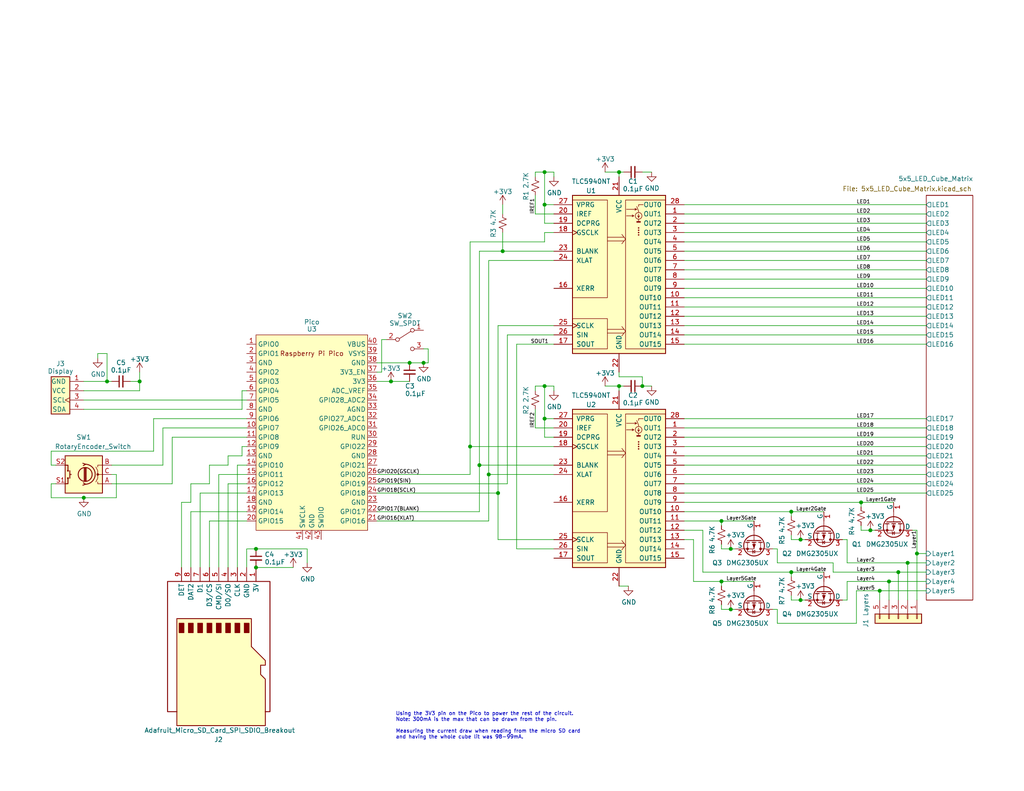
<source format=kicad_sch>
(kicad_sch (version 20230121) (generator eeschema)
  (paper "USLetter")
  (title_block (title "5x5 LED Cube Driver") (date "2019-11-03") (rev "1.0"))
  (lib_symbols
    (symbol "Connector_Generic:Conn_01x05" (pin_names (offset 1.016) hide)
      (property "Reference" "J" (at 0 7.62 0))
      (property "Value" "Conn_01x05" (at 0 -7.62 0))
      (symbol "Conn_01x05_1_1"
        (rectangle (start -1.27 -4.953) (end 0 -5.207) (stroke (width 0.1524)))
        (rectangle (start -1.27 -2.413) (end 0 -2.667) (stroke (width 0.1524)))
        (rectangle (start -1.27 0.127) (end 0 -0.127) (stroke (width 0.1524)))
        (rectangle (start -1.27 2.667) (end 0 2.413) (stroke (width 0.1524)))
        (rectangle (start -1.27 5.207) (end 0 4.953) (stroke (width 0.1524)))
        (rectangle (start -1.27 6.35) (end 1.27 -6.35) (stroke (width 0.254)) (fill (type background)))
        (pin passive line (at -5.08 5.08 0) (length 3.81) (name "Pin_1") (number "1"))
        (pin passive line (at -5.08 2.54 0) (length 3.81) (name "Pin_2") (number "2"))
        (pin passive line (at -5.08 0 0) (length 3.81) (name "Pin_3") (number "3"))
        (pin passive line (at -5.08 -2.54 0) (length 3.81) (name "Pin_4") (number "4"))
        (pin passive line (at -5.08 -5.08 0) (length 3.81) (name "Pin_5") (number "5"))
      )
    )
    (symbol "Device:C_Small" (pin_numbers hide) (pin_names (offset 0.254) hide)
      (property "Reference" "C" (at 0.254 1.778 0))
      (property "Value" "C_Small" (at 0.254 -2.032 0))
      (symbol "C_Small_0_1"
        (polyline (pts (xy -1.524 -0.508) (xy 1.524 -0.508)) (stroke (width 0.3302)))
        (polyline (pts (xy -1.524 0.508) (xy 1.524 0.508)) (stroke (width 0.3048)))
      )
      (symbol "C_Small_1_1"
        (pin passive line (at 0 2.54 270) (length 2.032) (name "~") (number "1"))
        (pin passive line (at 0 -2.54 90) (length 2.032) (name "~") (number "2"))
      )
    )
    (symbol "Device:R_Small_US" (pin_numbers hide) (pin_names (offset 0.254) hide)
      (property "Reference" "R" (at 0.762 0.508 0))
      (property "Value" "R_Small_US" (at 0.762 -1.016 0))
      (symbol "R_Small_US_1_1"
        (polyline (pts (xy 0 0) (xy 1.016 -0.381) (xy 0 -0.762) (xy -1.016 -1.143) (xy 0 -1.524)))
        (polyline (pts (xy 0 1.524) (xy 1.016 1.143) (xy 0 0.762) (xy -1.016 0.381) (xy 0 0)))
        (pin passive line (at 0 2.54 270) (length 1.016) (name "~") (number "1"))
        (pin passive line (at 0 -2.54 90) (length 1.016) (name "~") (number "2"))
      )
    )
    (symbol "Device:RotaryEncoder_Switch" (pin_names (offset 0.254) hide)
      (property "Reference" "SW" (at 0 6.604 0))
      (property "Value" "RotaryEncoder_Switch" (at 0 -6.604 0))
      (symbol "RotaryEncoder_Switch_0_1"
        (rectangle (start -5.08 5.08) (end 5.08 -5.08) (stroke (width 0.254)) (fill (type background)))
        (circle (center -3.81 0) (radius 0.254) (fill (type outline)))
        (circle (center -0.381 0) (radius 1.905) (stroke (width 0.254)))
        (arc (start -0.381 2.667) (mid -3.0988 -0.0635) (end -0.381 -2.794) (stroke (width 0.254)))
        (polyline (pts (xy -0.635 -1.778) (xy -0.635 1.778)) (stroke (width 0.254)))
        (polyline (pts (xy -0.381 -1.778) (xy -0.381 1.778)) (stroke (width 0.254)))
        (polyline (pts (xy -0.127 1.778) (xy -0.127 -1.778)) (stroke (width 0.254)))
        (polyline (pts (xy 3.81 0) (xy 3.429 0)) (stroke (width 0.254)))
        (polyline (pts (xy 3.81 1.016) (xy 3.81 -1.016)) (stroke (width 0.254)))
        (polyline (pts (xy -5.08 -2.54) (xy -3.81 -2.54) (xy -3.81 -2.032)))
        (polyline (pts (xy -5.08 2.54) (xy -3.81 2.54) (xy -3.81 2.032)))
        (polyline (pts (xy 0.254 -3.048) (xy -0.508 -2.794) (xy 0.127 -2.413)) (stroke (width 0.254)))
        (polyline (pts (xy 0.254 2.921) (xy -0.508 2.667) (xy 0.127 2.286)) (stroke (width 0.254)))
        (polyline (pts (xy 5.08 -2.54) (xy 4.318 -2.54) (xy 4.318 -1.016)) (stroke (width 0.254)))
        (polyline (pts (xy 5.08 2.54) (xy 4.318 2.54) (xy 4.318 1.016)) (stroke (width 0.254)))
        (polyline (pts (xy -5.08 0) (xy -3.81 0) (xy -3.81 -1.016) (xy -3.302 -2.032)))
        (polyline (pts (xy -4.318 0) (xy -3.81 0) (xy -3.81 1.016) (xy -3.302 2.032)))
        (circle (center 4.318 -1.016) (radius 0.127) (stroke (width 0.254)))
        (circle (center 4.318 1.016) (radius 0.127) (stroke (width 0.254)))
      )
      (symbol "RotaryEncoder_Switch_1_1"
        (pin passive line (at -7.62 2.54 0) (length 2.54) (name "A") (number "A"))
        (pin passive line (at -7.62 -2.54 0) (length 2.54) (name "B") (number "B"))
        (pin passive line (at -7.62 0 0) (length 2.54) (name "C") (number "C"))
        (pin passive line (at 7.62 2.54 180) (length 2.54) (name "S1") (number "S1"))
        (pin passive line (at 7.62 -2.54 180) (length 2.54) (name "S2") (number "S2"))
      )
    )
    (symbol "Driver_LED:TLC5940NT" (pin_names (offset 1.016))
      (property "Reference" "U" (at -12.7 22.225 0))
      (property "Value" "TLC5940NT" (at 12.7 22.225 0))
      (symbol "TLC5940NT_0_1"
        (rectangle (start -12.7 -21.59) (end -3.175 -13.335))
        (rectangle (start -12.7 19.05) (end -3.175 -7.62))
        (rectangle (start -12.7 20.32) (end 12.7 -22.86) (stroke (width 0.254)) (fill (type background)))
        (polyline (pts (xy -3.175 -16.256) (xy 1.27 -16.256)))
        (polyline (pts (xy -3.175 8.89) (xy 1.27 8.89)))
        (polyline (pts (xy 1.27 -17.272) (xy -3.175 -17.272)))
        (polyline (pts (xy 1.27 7.874) (xy -3.175 7.874)))
        (polyline (pts (xy 1.778 -16.764) (xy 0.762 -18.034)))
        (polyline (pts (xy 1.778 -16.764) (xy 0.762 -15.494)))
        (polyline (pts (xy 1.778 8.382) (xy 0.762 7.112)))
        (polyline (pts (xy 1.778 8.382) (xy 0.762 9.652)))
        (polyline (pts (xy 5.334 13.716) (xy 5.334 13.208)))
        (polyline (pts (xy 5.334 14.224) (xy 5.588 14.732)))
        (polyline (pts (xy 5.334 15.24) (xy 5.334 14.224) (xy 5.08 14.732)))
        (polyline (pts (xy 5.334 15.748) (xy 5.334 16.002) (xy 4.826 17.272)))
        (polyline (pts (xy 5.334 17.272) (xy 5.334 17.78) (xy 6.604 17.78)))
        (polyline (pts (xy 2.032 14.732) (xy 4.064 14.732) (xy 3.556 14.986) (xy 4.064 14.732) (xy 3.556 14.478)))
        (polyline (pts (xy 2.032 16.51) (xy 4.826 16.51) (xy 4.318 16.764) (xy 4.826 16.51) (xy 4.318 16.256)))
        (rectangle (start 1.778 19.05) (end 12.7 -21.59))
        (rectangle (start 4.826 13.208) (end 5.842 12.954) (fill (type outline)))
        (circle (center 5.334 9.525) (radius 0.127) (fill (type outline)))
        (circle (center 5.334 10.16) (radius 0.127) (fill (type outline)))
        (circle (center 5.334 10.795) (radius 0.127) (fill (type outline)))
        (circle (center 5.334 11.43) (radius 0.127) (fill (type outline)))
        (circle (center 5.334 14.732) (radius 0.9144))
      )
      (symbol "TLC5940NT_1_1"
        (pin open_collector line (at 17.78 15.24 180) (length 5.08) (name "OUT1") (number "1"))
        (pin open_collector line (at 17.78 -7.62 180) (length 5.08) (name "OUT10") (number "10"))
        (pin open_collector line (at 17.78 -10.16 180) (length 5.08) (name "OUT11") (number "11"))
        (pin open_collector line (at 17.78 -12.7 180) (length 5.08) (name "OUT12") (number "12"))
        (pin open_collector line (at 17.78 -15.24 180) (length 5.08) (name "OUT13") (number "13"))
        (pin open_collector line (at 17.78 -17.78 180) (length 5.08) (name "OUT14") (number "14"))
        (pin open_collector line (at 17.78 -20.32 180) (length 5.08) (name "OUT15") (number "15"))
        (pin open_collector line (at -17.78 -5.08 0) (length 5.08) (name "XERR") (number "16"))
        (pin output line (at -17.78 -20.32 0) (length 5.08) (name "SOUT") (number "17"))
        (pin input clock (at -17.78 10.16 0) (length 5.08) (name "GSCLK") (number "18"))
        (pin input line (at -17.78 12.7 0) (length 5.08) (name "DCPRG") (number "19"))
        (pin open_collector line (at 17.78 12.7 180) (length 5.08) (name "OUT2") (number "2"))
        (pin input line (at -17.78 15.24 0) (length 5.08) (name "IREF") (number "20"))
        (pin power_in line (at 0 25.4 270) (length 5.08) (name "VCC") (number "21"))
        (pin power_in line (at 0 -27.94 90) (length 5.08) (name "GND") (number "22"))
        (pin input line (at -17.78 5.08 0) (length 5.08) (name "BLANK") (number "23"))
        (pin input line (at -17.78 2.54 0) (length 5.08) (name "XLAT") (number "24"))
        (pin input clock (at -17.78 -15.24 0) (length 5.08) (name "SCLK") (number "25"))
        (pin input line (at -17.78 -17.78 0) (length 5.08) (name "SIN") (number "26"))
        (pin input line (at -17.78 17.78 0) (length 5.08) (name "VPRG") (number "27"))
        (pin open_collector line (at 17.78 17.78 180) (length 5.08) (name "OUT0") (number "28"))
        (pin open_collector line (at 17.78 10.16 180) (length 5.08) (name "OUT3") (number "3"))
        (pin open_collector line (at 17.78 7.62 180) (length 5.08) (name "OUT4") (number "4"))
        (pin open_collector line (at 17.78 5.08 180) (length 5.08) (name "OUT5") (number "5"))
        (pin open_collector line (at 17.78 2.54 180) (length 5.08) (name "OUT6") (number "6"))
        (pin open_collector line (at 17.78 0 180) (length 5.08) (name "OUT7") (number "7"))
        (pin open_collector line (at 17.78 -2.54 180) (length 5.08) (name "OUT8") (number "8"))
        (pin open_collector line (at 17.78 -5.08 180) (length 5.08) (name "OUT9") (number "9"))
      )
    )
    (symbol "MCU_RaspberryPi_and_Boards:Pico"
      (property "Reference" "U" (at -13.97 27.94 0))
      (property "Value" "Pico" (at 0 19.05 0))
      (symbol "Pico_0_0"
        (text "Raspberry Pi Pico" (at 0 21.59 0) (effects (font (size 1.27 1.27))))
      )
      (symbol "Pico_0_1"
        (rectangle (start -15.24 26.67) (end 15.24 -26.67) (fill (type background)))
      )
      (symbol "Pico_1_1"
        (pin bidirectional line (at -17.78 24.13 0) (length 2.54) (name "GPIO0") (number "1"))
        (pin bidirectional line (at -17.78 1.27 0) (length 2.54) (name "GPIO7") (number "10"))
        (pin bidirectional line (at -17.78 -1.27 0) (length 2.54) (name "GPIO8") (number "11"))
        (pin bidirectional line (at -17.78 -3.81 0) (length 2.54) (name "GPIO9") (number "12"))
        (pin power_in line (at -17.78 -6.35 0) (length 2.54) (name "GND") (number "13"))
        (pin bidirectional line (at -17.78 -8.89 0) (length 2.54) (name "GPIO10") (number "14"))
        (pin bidirectional line (at -17.78 -11.43 0) (length 2.54) (name "GPIO11") (number "15"))
        (pin bidirectional line (at -17.78 -13.97 0) (length 2.54) (name "GPIO12") (number "16"))
        (pin bidirectional line (at -17.78 -16.51 0) (length 2.54) (name "GPIO13") (number "17"))
        (pin power_in line (at -17.78 -19.05 0) (length 2.54) (name "GND") (number "18"))
        (pin bidirectional line (at -17.78 -21.59 0) (length 2.54) (name "GPIO14") (number "19"))
        (pin bidirectional line (at -17.78 21.59 0) (length 2.54) (name "GPIO1") (number "2"))
        (pin bidirectional line (at -17.78 -24.13 0) (length 2.54) (name "GPIO15") (number "20"))
        (pin bidirectional line (at 17.78 -24.13 180) (length 2.54) (name "GPIO16") (number "21"))
        (pin bidirectional line (at 17.78 -21.59 180) (length 2.54) (name "GPIO17") (number "22"))
        (pin power_in line (at 17.78 -19.05 180) (length 2.54) (name "GND") (number "23"))
        (pin bidirectional line (at 17.78 -16.51 180) (length 2.54) (name "GPIO18") (number "24"))
        (pin bidirectional line (at 17.78 -13.97 180) (length 2.54) (name "GPIO19") (number "25"))
        (pin bidirectional line (at 17.78 -11.43 180) (length 2.54) (name "GPIO20") (number "26"))
        (pin bidirectional line (at 17.78 -8.89 180) (length 2.54) (name "GPIO21") (number "27"))
        (pin power_in line (at 17.78 -6.35 180) (length 2.54) (name "GND") (number "28"))
        (pin bidirectional line (at 17.78 -3.81 180) (length 2.54) (name "GPIO22") (number "29"))
        (pin power_in line (at -17.78 19.05 0) (length 2.54) (name "GND") (number "3"))
        (pin input line (at 17.78 -1.27 180) (length 2.54) (name "RUN") (number "30"))
        (pin bidirectional line (at 17.78 1.27 180) (length 2.54) (name "GPIO26_ADC0") (number "31"))
        (pin bidirectional line (at 17.78 3.81 180) (length 2.54) (name "GPIO27_ADC1") (number "32"))
        (pin power_in line (at 17.78 6.35 180) (length 2.54) (name "AGND") (number "33"))
        (pin bidirectional line (at 17.78 8.89 180) (length 2.54) (name "GPIO28_ADC2") (number "34"))
        (pin power_in line (at 17.78 11.43 180) (length 2.54) (name "ADC_VREF") (number "35"))
        (pin power_in line (at 17.78 13.97 180) (length 2.54) (name "3V3") (number "36"))
        (pin input line (at 17.78 16.51 180) (length 2.54) (name "3V3_EN") (number "37"))
        (pin bidirectional line (at 17.78 19.05 180) (length 2.54) (name "GND") (number "38"))
        (pin power_in line (at 17.78 21.59 180) (length 2.54) (name "VSYS") (number "39"))
        (pin bidirectional line (at -17.78 16.51 0) (length 2.54) (name "GPIO2") (number "4"))
        (pin power_in line (at 17.78 24.13 180) (length 2.54) (name "VBUS") (number "40"))
        (pin input line (at -2.54 -29.21 90) (length 2.54) (name "SWCLK") (number "41"))
        (pin power_in line (at 0 -29.21 90) (length 2.54) (name "GND") (number "42"))
        (pin bidirectional line (at 2.54 -29.21 90) (length 2.54) (name "SWDIO") (number "43"))
        (pin bidirectional line (at -17.78 13.97 0) (length 2.54) (name "GPIO3") (number "5"))
        (pin bidirectional line (at -17.78 11.43 0) (length 2.54) (name "GPIO4") (number "6"))
        (pin bidirectional line (at -17.78 8.89 0) (length 2.54) (name "GPIO5") (number "7"))
        (pin power_in line (at -17.78 6.35 0) (length 2.54) (name "GND") (number "8"))
        (pin bidirectional line (at -17.78 3.81 0) (length 2.54) (name "GPIO6") (number "9"))
      )
    )
    (symbol "My_Library:0.96 Inch OLED Module 12864 128x64 IIC I2C" (pin_names (offset 1.016))
      (property "Reference" "J" (at 0 6.35 0))
      (property "Value" "0.96 Inch OLED Module 12864 128x64 IIC I2C" (at 0 -7.62 0))
      (symbol "0.96 Inch OLED Module 12864 128x64 IIC I2C_1_1"
        (rectangle (start -3.81 5.08) (end 1.27 -5.08) (stroke (width 0.254)) (fill (type background)))
        (pin power_in line (at 5.08 3.81 180) (length 3.81) (name "GND") (number "1"))
        (pin power_in line (at 5.08 1.27 180) (length 3.81) (name "VCC") (number "2"))
        (pin input clock (at 5.08 -1.27 180) (length 3.81) (name "SCL") (number "3"))
        (pin input line (at 5.08 -3.81 180) (length 3.81) (name "SDA") (number "4"))
      )
    )
    (symbol "My_Library:Adafruit_Micro_SD_Card_SPI_SDIO_Breakout"
      (property "Reference" "J" (at 0 20.32 0))
      (property "Value" "Adafruit_Micro_SD_Card_SPI_SDIO_Breakout" (at 21.59 17.78 0))
      (symbol "Adafruit_Micro_SD_Card_SPI_SDIO_Breakout_0_1"
        (rectangle (start -7.62 -6.985) (end -5.08 -8.255) (stroke (width 0.254)) (fill (type outline)))
        (rectangle (start -7.62 -4.445) (end -5.08 -5.715) (stroke (width 0.254)) (fill (type outline)))
        (rectangle (start -7.62 -1.905) (end -5.08 -3.175) (stroke (width 0.254)) (fill (type outline)))
        (rectangle (start -7.62 0.635) (end -5.08 -0.635) (stroke (width 0.254)) (fill (type outline)))
        (rectangle (start -7.62 3.175) (end -5.08 1.905) (stroke (width 0.254)) (fill (type outline)))
        (rectangle (start -7.62 5.715) (end -5.08 4.445) (stroke (width 0.254)) (fill (type outline)))
        (rectangle (start -7.62 8.255) (end -5.08 6.985) (stroke (width 0.254)) (fill (type outline)))
        (rectangle (start -7.62 10.795) (end -5.08 9.525) (stroke (width 0.254)) (fill (type outline)))
        (polyline (pts (xy 16.51 15.24) (xy 16.51 16.51) (xy -19.05 16.51) (xy -19.05 -11.43) (xy 16.51 -11.43) (xy 16.51 -8.89)) (stroke (width 0.254)))
        (polyline (pts (xy -8.89 -8.89) (xy -8.89 11.43) (xy -1.27 11.43) (xy 2.54 15.24) (xy 3.81 15.24) (xy 3.81 13.97) (xy 6.35 13.97) (xy 7.62 15.24) (xy 20.32 15.24) (xy 20.32 -8.89) (xy -8.89 -8.89)) (stroke (width 0.254)) (fill (type background)))
      )
      (symbol "Adafruit_Micro_SD_Card_SPI_SDIO_Breakout_1_1"
        (pin power_in line (at -22.86 12.7 0) (length 3.81) (name "3V") (number "1"))
        (pin power_in line (at -22.86 10.16 0) (length 3.81) (name "GND") (number "2"))
        (pin input line (at -22.86 7.62 0) (length 3.81) (name "CLK") (number "3"))
        (pin bidirectional line (at -22.86 5.08 0) (length 3.81) (name "D0/SO") (number "4"))
        (pin input line (at -22.86 2.54 0) (length 3.81) (name "CMD/SI") (number "5"))
        (pin bidirectional line (at -22.86 0 0) (length 3.81) (name "D3/CS") (number "6"))
        (pin bidirectional line (at -22.86 -2.54 0) (length 3.81) (name "D1") (number "7"))
        (pin bidirectional line (at -22.86 -5.08 0) (length 3.81) (name "DAT2") (number "8"))
        (pin passive line (at -22.86 -7.62 0) (length 3.81) (name "DET") (number "9"))
      )
    )
    (symbol "My_Library:DMG2305UX" (pin_names (offset 0))
      (property "Reference" "Q" (at 5.08 1.905 0))
      (property "Value" "DMG2305UX" (at 5.08 0 0))
      (symbol "DMG2305UX_0_1"
        (polyline (pts (xy -2.54 0) (xy 0.254 0)))
        (polyline (pts (xy 0.762 -1.778) (xy 2.54 -1.778)))
        (polyline (pts (xy 0.762 -1.27) (xy 0.762 -2.286)) (stroke (width 0.254)))
        (polyline (pts (xy 0.762 0) (xy 2.54 0)))
        (polyline (pts (xy 0.762 0.508) (xy 0.762 -0.508)) (stroke (width 0.254)))
        (polyline (pts (xy 0.762 1.778) (xy 2.54 1.778)))
        (polyline (pts (xy 0.762 2.286) (xy 0.762 1.27)) (stroke (width 0.254)))
        (polyline (pts (xy 2.54 -1.778) (xy 2.54 -2.54)))
        (polyline (pts (xy 2.54 -1.778) (xy 2.54 0)))
        (polyline (pts (xy 2.54 2.54) (xy 2.54 1.778)))
        (polyline (pts (xy 0.254 1.905) (xy 0.254 -1.905) (xy 0.254 -1.905)) (stroke (width 0.254)))
        (polyline (pts (xy 2.286 0) (xy 1.27 -0.381) (xy 1.27 0.381) (xy 2.286 0)) (fill (type outline)))
        (polyline (pts (xy 2.54 -1.778) (xy 3.302 -1.778) (xy 3.302 1.778) (xy 2.54 1.778)))
        (polyline (pts (xy 2.794 -0.508) (xy 2.921 -0.381) (xy 3.683 -0.381) (xy 3.81 -0.254)))
        (polyline (pts (xy 3.302 -0.381) (xy 2.921 0.254) (xy 3.683 0.254) (xy 3.302 -0.381)))
        (circle (center 1.651 0) (radius 2.8194) (stroke (width 0.254)))
        (circle (center 2.54 -1.778) (radius 0.2794) (fill (type outline)))
        (circle (center 2.54 1.778) (radius 0.2794) (fill (type outline)))
      )
      (symbol "DMG2305UX_1_1"
        (pin input line (at -5.08 0 0) (length 2.54) (name "G") (number "1"))
        (pin passive line (at 2.54 -5.08 90) (length 2.54) (name "S") (number "2"))
        (pin passive line (at 2.54 5.08 270) (length 2.54) (name "D") (number "3"))
      )
    )
    (symbol "Switch:SW_SPDT" (pin_names (offset 0) hide)
      (property "Reference" "SW" (at 0 4.318 0))
      (property "Value" "SW_SPDT" (at 0 -5.08 0))
      (symbol "SW_SPDT_0_0"
        (circle (center -2.032 0) (radius 0.508))
        (circle (center 2.032 -2.54) (radius 0.508))
      )
      (symbol "SW_SPDT_0_1"
        (polyline (pts (xy -1.524 0.254) (xy 1.651 2.286)))
        (circle (center 2.032 2.54) (radius 0.508))
      )
      (symbol "SW_SPDT_1_1"
        (pin passive line (at 5.08 2.54 180) (length 2.54) (name "A") (number "1"))
        (pin passive line (at -5.08 0 0) (length 2.54) (name "B") (number "2"))
        (pin passive line (at 5.08 -2.54 180) (length 2.54) (name "C") (number "3"))
      )
    )
    (symbol "power:+3V3" (power) (pin_names (offset 0))
      (property "Value" "+3V3" (at 0 3.556 0))
      (symbol "+3V3_0_1"
        (polyline (pts (xy -0.762 1.27) (xy 0 2.54)))
        (polyline (pts (xy 0 0) (xy 0 2.54)))
        (polyline (pts (xy 0 2.54) (xy 0.762 1.27)))
      )
      (symbol "+3V3_1_1"
        (pin power_in line (at 0 0 90) (length 0) hide (name "+3V3") (number "1"))
      )
    )
    (symbol "power:GND" (power) (pin_names (offset 0))
      (property "Value" "GND" (at 0 -3.81 0))
      (symbol "GND_0_1"
        (polyline (pts (xy 0 0) (xy 0 -1.27) (xy 1.27 -1.27) (xy 0 -2.54) (xy -1.27 -1.27) (xy 0 -1.27)))
      )
      (symbol "GND_1_1"
        (pin power_in line (at 0 0 270) (length 0) hide (name "GND") (number "1"))
      )
    )
  )
  (junction (at 148.59 55.88))
  (junction (at 199.39 149.86))
  (junction (at 196.85 158.75))
  (junction (at 247.65 153.67))
  (junction (at 128.27 121.92))
  (junction (at 245.11 156.21))
  (junction (at 237.49 144.78))
  (junction (at 199.39 166.37))
  (junction (at 148.59 114.3))
  (junction (at 250.19 151.13))
  (junction (at 22.86 135.89))
  (junction (at 168.91 105.41))
  (junction (at 218.44 147.32))
  (junction (at 215.9 156.21))
  (junction (at 29.21 104.14))
  (junction (at 115.57 99.06))
  (junction (at 218.44 163.83))
  (junction (at 135.89 134.62))
  (junction (at 196.85 142.24))
  (junction (at 38.1 104.14))
  (junction (at 69.85 149.86))
  (junction (at 133.35 129.54))
  (junction (at 148.59 46.99))
  (junction (at 242.57 158.75))
  (junction (at 137.16 68.58))
  (junction (at 106.68 104.14))
  (junction (at 69.85 154.94))
  (junction (at 168.91 46.99))
  (junction (at 215.9 139.7))
  (junction (at 130.81 127))
  (junction (at 240.03 161.29))
  (junction (at 175.26 105.41))
  (junction (at 234.95 137.16))
  (junction (at 111.76 99.06))
  (junction (at 148.59 105.41))
  (wire (pts (xy 59.69 129.54) (xy 59.69 154.94)))
  (wire (pts (xy 242.57 158.75) (xy 242.57 163.83)))
  (wire (pts (xy 104.14 101.6) (xy 104.14 92.71)))
  (wire (pts (xy 148.59 46.99) (xy 148.59 55.88)))
  (wire (pts (xy 231.14 153.67) (xy 247.65 153.67)))
  (wire (pts (xy 66.04 124.46) (xy 66.04 121.92)))
  (wire (pts (xy 196.85 143.51) (xy 196.85 142.24)))
  (wire (pts (xy 196.85 160.02) (xy 196.85 158.75)))
  (wire (pts (xy 212.09 166.37) (xy 210.82 166.37)))
  (wire (pts (xy 148.59 105.41) (xy 148.59 114.3)))
  (wire (pts (xy 148.59 114.3) (xy 148.59 119.38)))
  (wire (pts (xy 186.69 86.36) (xy 252.73 86.36)))
  (wire (pts (xy 212.09 149.86) (xy 210.82 149.86)))
  (wire (pts (xy 186.69 60.96) (xy 252.73 60.96)))
  (wire (pts (xy 186.69 66.04) (xy 252.73 66.04)))
  (wire (pts (xy 186.69 71.12) (xy 252.73 71.12)))
  (wire (pts (xy 196.85 149.86) (xy 199.39 149.86)))
  (wire (pts (xy 231.14 158.75) (xy 242.57 158.75)))
  (wire (pts (xy 13.97 127) (xy 15.24 127)))
  (wire (pts (xy 41.91 123.19) (xy 41.91 114.3)))
  (wire (pts (xy 46.99 132.08) (xy 46.99 119.38)))
  (wire (pts (xy 148.59 63.5) (xy 151.13 63.5)))
  (wire (pts (xy 102.87 101.6) (xy 104.14 101.6)))
  (wire (pts (xy 62.23 124.46) (xy 62.23 127)))
  (wire (pts (xy 219.71 147.32) (xy 218.44 147.32)))
  (wire (pts (xy 128.27 129.54) (xy 128.27 121.92)))
  (wire (pts (xy 250.19 144.78) (xy 250.19 151.13)))
  (wire (pts (xy 13.97 127) (xy 13.97 123.19)))
  (wire (pts (xy 196.85 158.75) (xy 189.23 158.75)))
  (wire (pts (xy 151.13 147.32) (xy 135.89 147.32)))
  (wire (pts (xy 30.48 104.14) (xy 29.21 104.14)))
  (wire (pts (xy 57.15 132.08) (xy 52.07 132.08)))
  (wire (pts (xy 186.69 91.44) (xy 252.73 91.44)))
  (wire (pts (xy 44.45 127) (xy 44.45 116.84)))
  (wire (pts (xy 199.39 166.37) (xy 200.66 166.37)))
  (wire (pts (xy 212.09 170.18) (xy 233.68 170.18)))
  (wire (pts (xy 137.16 55.88) (xy 137.16 58.42)))
  (wire (pts (xy 252.73 73.66) (xy 186.69 73.66)))
  (wire (pts (xy 140.97 93.98) (xy 140.97 149.86)))
  (wire (pts (xy 227.33 156.21) (xy 245.11 156.21)))
  (wire (pts (xy 49.53 137.16) (xy 52.07 137.16)))
  (wire (pts (xy 57.15 132.08) (xy 57.15 127)))
  (wire (pts (xy 252.73 68.58) (xy 186.69 68.58)))
  (wire (pts (xy 151.13 116.84) (xy 146.05 116.84)))
  (wire (pts (xy 215.9 140.97) (xy 215.9 139.7)))
  (wire (pts (xy 148.59 119.38) (xy 151.13 119.38)))
  (wire (pts (xy 252.73 134.62) (xy 186.69 134.62)))
  (wire (pts (xy 168.91 46.99) (xy 168.91 48.26)))
  (wire (pts (xy 168.91 105.41) (xy 168.91 106.68)))
  (wire (pts (xy 146.05 105.41) (xy 148.59 105.41)))
  (wire (pts (xy 49.53 137.16) (xy 49.53 154.94)))
  (wire (pts (xy 234.95 144.78) (xy 237.49 144.78)))
  (wire (pts (xy 22.86 106.68) (xy 38.1 106.68)))
  (wire (pts (xy 62.23 132.08) (xy 62.23 154.94)))
  (wire (pts (xy 138.43 91.44) (xy 151.13 91.44)))
  (wire (pts (xy 248.92 144.78) (xy 250.19 144.78)))
  (wire (pts (xy 146.05 58.42) (xy 151.13 58.42)))
  (wire (pts (xy 15.24 132.08) (xy 13.97 132.08)))
  (wire (pts (xy 215.9 156.21) (xy 224.79 156.21)))
  (wire (pts (xy 219.71 163.83) (xy 218.44 163.83)))
  (wire (pts (xy 31.75 135.89) (xy 22.86 135.89)))
  (wire (pts (xy 52.07 139.7) (xy 52.07 154.94)))
  (wire (pts (xy 151.13 114.3) (xy 148.59 114.3)))
  (wire (pts (xy 146.05 58.42) (xy 146.05 53.34)))
  (wire (pts (xy 111.76 99.06) (xy 115.57 99.06)))
  (wire (pts (xy 168.91 105.41) (xy 165.1 105.41)))
  (wire (pts (xy 186.69 81.28) (xy 252.73 81.28)))
  (wire (pts (xy 186.69 142.24) (xy 196.85 142.24)))
  (wire (pts (xy 57.15 142.24) (xy 57.15 154.94)))
  (wire (pts (xy 186.69 55.88) (xy 252.73 55.88)))
  (wire (pts (xy 115.57 99.06) (xy 116.84 99.06)))
  (wire (pts (xy 22.86 111.76) (xy 66.04 111.76)))
  (wire (pts (xy 189.23 147.32) (xy 186.69 147.32)))
  (wire (pts (xy 151.13 55.88) (xy 148.59 55.88)))
  (wire (pts (xy 44.45 116.84) (xy 67.31 116.84)))
  (wire (pts (xy 168.91 46.99) (xy 165.1 46.99)))
  (wire (pts (xy 233.68 161.29) (xy 240.03 161.29)))
  (wire (pts (xy 30.48 132.08) (xy 46.99 132.08)))
  (wire (pts (xy 215.9 139.7) (xy 224.79 139.7)))
  (wire (pts (xy 41.91 114.3) (xy 67.31 114.3)))
  (wire (pts (xy 128.27 66.04) (xy 128.27 121.92)))
  (wire (pts (xy 146.05 46.99) (xy 146.05 48.26)))
  (wire (pts (xy 196.85 166.37) (xy 199.39 166.37)))
  (wire (pts (xy 215.9 157.48) (xy 215.9 156.21)))
  (wire (pts (xy 168.91 160.02) (xy 171.45 160.02)))
  (wire (pts (xy 191.77 144.78) (xy 186.69 144.78)))
  (wire (pts (xy 54.61 134.62) (xy 54.61 154.94)))
  (wire (pts (xy 106.68 104.14) (xy 111.76 104.14)))
  (wire (pts (xy 116.84 95.25) (xy 116.84 99.06)))
  (wire (pts (xy 189.23 147.32) (xy 189.23 158.75)))
  (wire (pts (xy 52.07 132.08) (xy 52.07 137.16)))
  (wire (pts (xy 133.35 142.24) (xy 133.35 129.54)))
  (wire (pts (xy 234.95 137.16) (xy 234.95 138.43)))
  (wire (pts (xy 186.69 139.7) (xy 215.9 139.7)))
  (wire (pts (xy 250.19 151.13) (xy 250.19 163.83)))
  (wire (pts (xy 102.87 139.7) (xy 130.81 139.7)))
  (wire (pts (xy 22.86 135.89) (xy 13.97 135.89)))
  (wire (pts (xy 238.76 144.78) (xy 237.49 144.78)))
  (wire (pts (xy 196.85 166.37) (xy 196.85 165.1)))
  (wire (pts (xy 135.89 134.62) (xy 135.89 147.32)))
  (wire (pts (xy 146.05 105.41) (xy 146.05 106.68)))
  (wire (pts (xy 186.69 114.3) (xy 252.73 114.3)))
  (wire (pts (xy 148.59 55.88) (xy 148.59 60.96)))
  (wire (pts (xy 67.31 149.86) (xy 69.85 149.86)))
  (wire (pts (xy 137.16 63.5) (xy 137.16 68.58)))
  (wire (pts (xy 252.73 78.74) (xy 186.69 78.74)))
  (wire (pts (xy 13.97 123.19) (xy 41.91 123.19)))
  (wire (pts (xy 215.9 147.32) (xy 215.9 146.05)))
  (wire (pts (xy 234.95 137.16) (xy 243.84 137.16)))
  (wire (pts (xy 151.13 93.98) (xy 140.97 93.98)))
  (wire (pts (xy 151.13 105.41) (xy 148.59 105.41)))
  (wire (pts (xy 212.09 153.67) (xy 227.33 153.67)))
  (wire (pts (xy 135.89 88.9) (xy 151.13 88.9)))
  (wire (pts (xy 247.65 153.67) (xy 247.65 163.83)))
  (wire (pts (xy 252.73 129.54) (xy 186.69 129.54)))
  (wire (pts (xy 102.87 99.06) (xy 111.76 99.06)))
  (wire (pts (xy 67.31 139.7) (xy 52.07 139.7)))
  (wire (pts (xy 133.35 71.12) (xy 133.35 129.54)))
  (wire (pts (xy 128.27 121.92) (xy 151.13 121.92)))
  (wire (pts (xy 168.91 105.41) (xy 170.18 105.41)))
  (wire (pts (xy 22.86 109.22) (xy 67.31 109.22)))
  (wire (pts (xy 212.09 170.18) (xy 212.09 166.37)))
  (wire (pts (xy 252.73 121.92) (xy 186.69 121.92)))
  (wire (pts (xy 26.67 96.52) (xy 26.67 97.79)))
  (wire (pts (xy 240.03 161.29) (xy 240.03 163.83)))
  (wire (pts (xy 250.19 151.13) (xy 252.73 151.13)))
  (wire (pts (xy 67.31 106.68) (xy 66.04 106.68)))
  (wire (pts (xy 30.48 129.54) (xy 31.75 129.54)))
  (wire (pts (xy 137.16 68.58) (xy 130.81 68.58)))
  (wire (pts (xy 102.87 129.54) (xy 128.27 129.54)))
  (wire (pts (xy 102.87 132.08) (xy 138.43 132.08)))
  (wire (pts (xy 247.65 153.67) (xy 252.73 153.67)))
  (wire (pts (xy 67.31 142.24) (xy 57.15 142.24)))
  (wire (pts (xy 69.85 154.94) (xy 80.01 154.94)))
  (wire (pts (xy 252.73 83.82) (xy 186.69 83.82)))
  (wire (pts (xy 133.35 129.54) (xy 151.13 129.54)))
  (wire (pts (xy 151.13 71.12) (xy 133.35 71.12)))
  (wire (pts (xy 215.9 163.83) (xy 215.9 162.56)))
  (wire (pts (xy 67.31 134.62) (xy 54.61 134.62)))
  (wire (pts (xy 67.31 132.08) (xy 62.23 132.08)))
  (wire (pts (xy 31.75 129.54) (xy 31.75 135.89)))
  (wire (pts (xy 66.04 121.92) (xy 67.31 121.92)))
  (wire (pts (xy 212.09 153.67) (xy 212.09 149.86)))
  (wire (pts (xy 130.81 127) (xy 151.13 127)))
  (wire (pts (xy 46.99 119.38) (xy 67.31 119.38)))
  (wire (pts (xy 64.77 154.94) (xy 64.77 127)))
  (wire (pts (xy 252.73 88.9) (xy 186.69 88.9)))
  (wire (pts (xy 245.11 156.21) (xy 252.73 156.21)))
  (wire (pts (xy 215.9 147.32) (xy 218.44 147.32)))
  (wire (pts (xy 102.87 104.14) (xy 106.68 104.14)))
  (wire (pts (xy 242.57 158.75) (xy 252.73 158.75)))
  (wire (pts (xy 196.85 158.75) (xy 205.74 158.75)))
  (wire (pts (xy 104.14 92.71) (xy 105.41 92.71)))
  (wire (pts (xy 252.73 63.5) (xy 186.69 63.5)))
  (wire (pts (xy 13.97 132.08) (xy 13.97 135.89)))
  (wire (pts (xy 240.03 161.29) (xy 252.73 161.29)))
  (wire (pts (xy 62.23 124.46) (xy 66.04 124.46)))
  (wire (pts (xy 67.31 129.54) (xy 59.69 129.54)))
  (wire (pts (xy 186.69 76.2) (xy 252.73 76.2)))
  (wire (pts (xy 38.1 101.6) (xy 38.1 104.14)))
  (wire (pts (xy 148.59 66.04) (xy 128.27 66.04)))
  (wire (pts (xy 151.13 105.41) (xy 151.13 106.68)))
  (wire (pts (xy 146.05 46.99) (xy 148.59 46.99)))
  (wire (pts (xy 186.69 137.16) (xy 234.95 137.16)))
  (wire (pts (xy 151.13 149.86) (xy 140.97 149.86)))
  (wire (pts (xy 175.26 105.41) (xy 177.8 105.41)))
  (wire (pts (xy 148.59 46.99) (xy 151.13 46.99)))
  (wire (pts (xy 231.14 147.32) (xy 231.14 153.67)))
  (wire (pts (xy 66.04 111.76) (xy 66.04 106.68)))
  (wire (pts (xy 231.14 163.83) (xy 229.87 163.83)))
  (wire (pts (xy 148.59 60.96) (xy 151.13 60.96)))
  (wire (pts (xy 102.87 134.62) (xy 135.89 134.62)))
  (wire (pts (xy 146.05 116.84) (xy 146.05 111.76)))
  (wire (pts (xy 252.73 58.42) (xy 186.69 58.42)))
  (wire (pts (xy 22.86 104.14) (xy 29.21 104.14)))
  (wire (pts (xy 245.11 156.21) (xy 245.11 163.83)))
  (wire (pts (xy 168.91 102.87) (xy 168.91 101.6)))
  (wire (pts (xy 38.1 104.14) (xy 38.1 106.68)))
  (wire (pts (xy 130.81 68.58) (xy 130.81 127)))
  (wire (pts (xy 67.31 154.94) (xy 67.31 149.86)))
  (wire (pts (xy 35.56 104.14) (xy 38.1 104.14)))
  (wire (pts (xy 191.77 156.21) (xy 215.9 156.21)))
  (wire (pts (xy 252.73 132.08) (xy 186.69 132.08)))
  (wire (pts (xy 170.18 46.99) (xy 168.91 46.99)))
  (wire (pts (xy 69.85 149.86) (xy 83.82 149.86)))
  (wire (pts (xy 186.69 127) (xy 252.73 127)))
  (wire (pts (xy 231.14 158.75) (xy 231.14 163.83)))
  (wire (pts (xy 148.59 66.04) (xy 148.59 63.5)))
  (wire (pts (xy 102.87 142.24) (xy 133.35 142.24)))
  (wire (pts (xy 227.33 156.21) (xy 227.33 153.67)))
  (wire (pts (xy 200.66 149.86) (xy 199.39 149.86)))
  (wire (pts (xy 30.48 127) (xy 44.45 127)))
  (wire (pts (xy 168.91 102.87) (xy 175.26 102.87)))
  (wire (pts (xy 130.81 139.7) (xy 130.81 127)))
  (wire (pts (xy 29.21 104.14) (xy 29.21 96.52)))
  (wire (pts (xy 252.73 116.84) (xy 186.69 116.84)))
  (wire (pts (xy 138.43 132.08) (xy 138.43 91.44)))
  (wire (pts (xy 64.77 127) (xy 67.31 127)))
  (wire (pts (xy 62.23 127) (xy 57.15 127)))
  (wire (pts (xy 233.68 170.18) (xy 233.68 161.29)))
  (wire (pts (xy 191.77 144.78) (xy 191.77 156.21)))
  (wire (pts (xy 175.26 46.99) (xy 177.8 46.99)))
  (wire (pts (xy 29.21 96.52) (xy 26.67 96.52)))
  (wire (pts (xy 234.95 144.78) (xy 234.95 143.51)))
  (wire (pts (xy 115.57 95.25) (xy 116.84 95.25)))
  (wire (pts (xy 83.82 149.86) (xy 83.82 153.67)))
  (wire (pts (xy 215.9 163.83) (xy 218.44 163.83)))
  (wire (pts (xy 137.16 68.58) (xy 151.13 68.58)))
  (wire (pts (xy 135.89 88.9) (xy 135.89 134.62)))
  (wire (pts (xy 231.14 147.32) (xy 229.87 147.32)))
  (wire (pts (xy 252.73 124.46) (xy 186.69 124.46)))
  (wire (pts (xy 252.73 93.98) (xy 186.69 93.98)))
  (wire (pts (xy 175.26 105.41) (xy 175.26 102.87)))
  (wire (pts (xy 196.85 149.86) (xy 196.85 148.59)))
  (wire (pts (xy 186.69 119.38) (xy 252.73 119.38)))
  (wire (pts (xy 196.85 142.24) (xy 205.74 142.24)))
  (wire (pts (xy 151.13 46.99) (xy 151.13 48.26)))
  (text "Using the 3V3 pin on the Pico to power the rest of the circuit.\nNote: 300mA is the max that can be drawn from the pin.\n\nMeasuring the current draw when reading from the micro SD card\nand having the whole cube lit was 98-99mA." (at 107.95 201.93 0) (effects (font (size 0.9906 0.9906)) (justify left bottom)))
  (label "LED25" (at 233.68 134.62 0) (effects (font (size 0.9906 0.9906))))
  (label "LED10" (at 233.68 78.74 0) (effects (font (size 0.9906 0.9906))))
  (label "LED6" (at 233.68 68.58 0) (effects (font (size 0.9906 0.9906))))
  (label "LED14" (at 233.68 88.9 0) (effects (font (size 0.9906 0.9906))))
  (label "LED4" (at 233.68 63.5 0) (effects (font (size 0.9906 0.9906))))
  (label "LED7" (at 233.68 71.12 0) (effects (font (size 0.9906 0.9906))))
  (label "Layer5" (at 233.68 161.29 0) (effects (font (size 0.9906 0.9906))))
  (label "LED13" (at 233.68 86.36 0) (effects (font (size 0.9906 0.9906))))
  (label "LED11" (at 233.68 81.28 0) (effects (font (size 0.9906 0.9906))))
  (label "GPIO16(XLAT)" (at 102.87 142.24 0) (effects (font (size 0.9906 0.9906))))
  (label "Layer2" (at 233.68 153.67 0) (effects (font (size 0.9906 0.9906))))
  (label "IREF1" (at 146.05 58.42 90) (effects (font (size 0.9906 0.9906))))
  (label "LED18" (at 233.68 116.84 0) (effects (font (size 0.9906 0.9906))))
  (label "LED5" (at 233.68 66.04 0) (effects (font (size 0.9906 0.9906))))
  (label "LED1" (at 233.68 55.88 0) (effects (font (size 0.9906 0.9906))))
  (label "IREF2" (at 146.05 116.84 90) (effects (font (size 0.9906 0.9906))))
  (label "LED21" (at 233.68 124.46 0) (effects (font (size 0.9906 0.9906))))
  (label "LED24" (at 233.68 132.08 0) (effects (font (size 0.9906 0.9906))))
  (label "Layer1" (at 250.19 149.86 90) (effects (font (size 0.9906 0.9906))))
  (label "Layer4Gate" (at 217.17 156.21 0) (effects (font (size 0.9906 0.9906))))
  (label "LED20" (at 233.68 121.92 0) (effects (font (size 0.9906 0.9906))))
  (label "GPIO17(BLANK)" (at 102.87 139.7 0) (effects (font (size 0.9906 0.9906))))
  (label "SOUT1" (at 144.78 93.98 0) (effects (font (size 0.9906 0.9906))))
  (label "GPIO18(SCLK)" (at 102.87 134.62 0) (effects (font (size 0.9906 0.9906))))
  (label "LED8" (at 233.68 73.66 0) (effects (font (size 0.9906 0.9906))))
  (label "LED17" (at 233.68 114.3 0) (effects (font (size 0.9906 0.9906))))
  (label "GPIO20(GSCLK)" (at 102.87 129.54 0) (effects (font (size 0.9906 0.9906))))
  (label "LED15" (at 233.68 91.44 0) (effects (font (size 0.9906 0.9906))))
  (label "Layer3" (at 233.68 156.21 0) (effects (font (size 0.9906 0.9906))))
  (label "LED2" (at 233.68 58.42 0) (effects (font (size 0.9906 0.9906))))
  (label "LED12" (at 233.68 83.82 0) (effects (font (size 0.9906 0.9906))))
  (label "LED3" (at 233.68 60.96 0) (effects (font (size 0.9906 0.9906))))
  (label "GPIO19(SIN)" (at 102.87 132.08 0) (effects (font (size 0.9906 0.9906))))
  (label "LED23" (at 233.68 129.54 0) (effects (font (size 0.9906 0.9906))))
  (label "Layer5Gate" (at 198.12 158.75 0) (effects (font (size 0.9906 0.9906))))
  (label "LED22" (at 233.68 127 0) (effects (font (size 0.9906 0.9906))))
  (label "Layer4" (at 233.68 158.75 0) (effects (font (size 0.9906 0.9906))))
  (label "LED16" (at 233.68 93.98 0) (effects (font (size 0.9906 0.9906))))
  (label "LED9" (at 233.68 76.2 0) (effects (font (size 0.9906 0.9906))))
  (label "Layer3Gate" (at 198.12 142.24 0) (effects (font (size 0.9906 0.9906))))
  (label "LED19" (at 233.68 119.38 0) (effects (font (size 0.9906 0.9906))))
  (label "Layer2Gate" (at 217.17 139.7 0) (effects (font (size 0.9906 0.9906))))
  (label "Layer1Gate" (at 236.22 137.16 0) (effects (font (size 0.9906 0.9906))))
  (symbol (lib_id "My_Library:DMG2305UX") (at 243.84 142.24 270) (unit 1)
    (property "Reference" "Q1" (at 232.41 148.59 90) (effects (justify left)))
    (property "Value" "DMG2305UX" (at 236.22 148.59 90) (effects (justify left)))
    (property "Footprint" "Package_TO_SOT_SMD:SOT-23" (effects hide))
    (property "Datasheet" "https://www.diodes.com/assets/Datasheets/DMG2305UX.pdf" (effects hide))
  )
  (symbol (lib_id "Driver_LED:TLC5940NT") (at 168.91 73.66 0) (unit 1)
    (property "Reference" "U1" (at 161.29 52.07 0))
    (property "Value" "TLC5940NT" (at 161.29 49.53 0))
    (property "Footprint" "Package_DIP:DIP-28_W7.62mm" (effects hide))
    (property "Datasheet" "http://www.ti.com/lit/ds/symlink/tlc5940.pdf" (effects hide))
  )
  (symbol (lib_id "Driver_LED:TLC5940NT") (at 168.91 132.08 0) (unit 1)
    (property "Reference" "U2" (at 161.29 110.49 0))
    (property "Value" "TLC5940NT" (at 161.29 107.95 0))
    (property "Footprint" "Package_DIP:DIP-28_W7.62mm" (effects hide))
    (property "Datasheet" "http://www.ti.com/lit/ds/symlink/tlc5940.pdf" (effects hide))
  )
  (symbol (lib_id "Device:R_Small_US") (at 146.05 50.8 180) (unit 1)
    (property "Reference" "R1" (at 143.51 52.07 90) (effects (justify left)))
    (property "Value" "2.7K" (at 143.51 46.99 90) (effects (justify left)))
    (property "Footprint" "Resistor_SMD:R_0603_1608Metric" (effects hide))
    (property "Datasheet" "https://www.newark.com/panasonic/erj-2gej272x/res-thick-film-2k7-5-0-1w-0402/dp/97W7160" (effects hide))
  )
  (symbol (lib_id "power:+3V3") (at 165.1 105.41 0) (unit 1)
    (property "Reference" "#PWR04" (effects hide))
    (property "Value" "+3V3" (at 165.1 101.854 0))
  )
  (symbol (lib_id "power:GND") (at 177.8 105.41 0) (unit 1)
    (property "Reference" "#PWR03" (effects hide))
    (property "Value" "GND" (at 177.927 109.8042 0))
  )
  (symbol (lib_id "power:+3V3") (at 165.1 46.99 0) (unit 1)
    (property "Reference" "#PWR01" (effects hide))
    (property "Value" "+3V3" (at 165.1 43.434 0))
  )
  (symbol (lib_id "power:GND") (at 171.45 160.02 0) (unit 1)
    (property "Reference" "#PWR09" (effects hide))
    (property "Value" "GND" (at 171.577 164.4142 0))
  )
  (symbol (lib_id "power:+3V3") (at 237.49 144.78 0) (unit 1)
    (property "Reference" "#PWR07" (effects hide))
    (property "Value" "+3V3" (at 238.76 140.97 0))
  )
  (symbol (lib_id "My_Library:DMG2305UX") (at 224.79 144.78 270) (unit 1)
    (property "Reference" "Q2" (at 213.36 151.13 90) (effects (justify left)))
    (property "Value" "DMG2305UX" (at 217.17 151.13 90) (effects (justify left)))
    (property "Footprint" "Package_TO_SOT_SMD:SOT-23" (effects hide))
    (property "Datasheet" "https://www.diodes.com/assets/Datasheets/DMG2305UX.pdf" (effects hide))
  )
  (symbol (lib_id "power:+3V3") (at 218.44 147.32 0) (unit 1)
    (property "Reference" "#PWR08" (effects hide))
    (property "Value" "+3V3" (at 219.71 143.51 0))
  )
  (symbol (lib_id "My_Library:DMG2305UX") (at 205.74 147.32 270) (unit 1)
    (property "Reference" "Q3" (at 194.31 153.67 90) (effects (justify left)))
    (property "Value" "DMG2305UX" (at 198.12 153.67 90) (effects (justify left)))
    (property "Footprint" "Package_TO_SOT_SMD:SOT-23" (effects hide))
    (property "Datasheet" "https://www.diodes.com/assets/Datasheets/DMG2305UX.pdf" (effects hide))
  )
  (symbol (lib_id "power:+3V3") (at 199.39 149.86 0) (unit 1)
    (property "Reference" "#PWR010" (effects hide))
    (property "Value" "+3V3" (at 200.66 146.05 0))
  )
  (symbol (lib_id "My_Library:DMG2305UX") (at 224.79 161.29 270) (unit 1)
    (property "Reference" "Q4" (at 213.36 167.64 90) (effects (justify left)))
    (property "Value" "DMG2305UX" (at 217.17 167.64 90) (effects (justify left)))
    (property "Footprint" "Package_TO_SOT_SMD:SOT-23" (effects hide))
    (property "Datasheet" "https://www.diodes.com/assets/Datasheets/DMG2305UX.pdf" (effects hide))
  )
  (symbol (lib_id "power:+3V3") (at 218.44 163.83 0) (unit 1)
    (property "Reference" "#PWR013" (effects hide))
    (property "Value" "+3V3" (at 219.71 160.02 0))
  )
  (symbol (lib_id "My_Library:DMG2305UX") (at 205.74 163.83 270) (unit 1)
    (property "Reference" "Q5" (at 194.31 170.18 90) (effects (justify left)))
    (property "Value" "DMG2305UX" (at 198.12 170.18 90) (effects (justify left)))
    (property "Footprint" "Package_TO_SOT_SMD:SOT-23" (effects hide))
    (property "Datasheet" "https://www.diodes.com/assets/Datasheets/DMG2305UX.pdf" (effects hide))
  )
  (symbol (lib_id "power:+3V3") (at 199.39 166.37 0) (unit 1)
    (property "Reference" "#PWR014" (effects hide))
    (property "Value" "+3V3" (at 200.66 162.56 0))
  )
  (symbol (lib_id "Device:R_Small_US") (at 196.85 162.56 180) (unit 1)
    (property "Reference" "R8" (at 194.31 165.1 90) (effects (justify left)))
    (property "Value" "4.7K" (at 194.31 160.02 90) (effects (justify left)))
    (property "Footprint" "Resistor_SMD:R_0603_1608Metric" (effects hide))
    (property "Datasheet" "https://www.newark.com/panasonic/erj-2gej272x/res-thick-film-2k7-5-0-1w-0402/dp/97W7160" (effects hide))
  )
  (symbol (lib_id "Device:R_Small_US") (at 215.9 160.02 180) (unit 1)
    (property "Reference" "R7" (at 213.36 162.56 90) (effects (justify left)))
    (property "Value" "4.7K" (at 213.36 157.48 90) (effects (justify left)))
    (property "Footprint" "Resistor_SMD:R_0603_1608Metric" (effects hide))
    (property "Datasheet" "https://www.newark.com/panasonic/erj-2gej272x/res-thick-film-2k7-5-0-1w-0402/dp/97W7160" (effects hide))
  )
  (symbol (lib_id "Connector_Generic:Conn_01x05") (at 245.11 168.91 270) (unit 1)
    (property "Reference" "J1" (at 236.22 170.18 0))
    (property "Value" "Layers" (at 236.22 165.1 0))
    (property "Footprint" "Connector_PinSocket_2.54mm:PinSocket_1x05_P2.54mm_Vertical" (effects hide))
  )
  (symbol (lib_id "power:GND") (at 151.13 48.26 0) (unit 1)
    (property "Reference" "#PWR02" (effects hide))
    (property "Value" "GND" (at 151.257 52.6542 0))
  )
  (symbol (lib_id "Device:R_Small_US") (at 146.05 109.22 180) (unit 1)
    (property "Reference" "R2" (at 143.51 110.49 90) (effects (justify left)))
    (property "Value" "2.7K" (at 143.51 105.41 90) (effects (justify left)))
    (property "Footprint" "Resistor_SMD:R_0603_1608Metric" (effects hide))
    (property "Datasheet" "https://www.newark.com/panasonic/erj-2gej272x/res-thick-film-2k7-5-0-1w-0402/dp/97W7160" (effects hide))
  )
  (symbol (lib_id "power:GND") (at 151.13 106.68 0) (unit 1)
    (property "Reference" "#PWR05" (effects hide))
    (property "Value" "GND" (at 151.257 111.0742 0))
  )
  (symbol (lib_id "Device:R_Small_US") (at 196.85 146.05 180) (unit 1)
    (property "Reference" "R6" (at 194.31 148.59 90) (effects (justify left)))
    (property "Value" "4.7K" (at 194.31 143.51 90) (effects (justify left)))
    (property "Footprint" "Resistor_SMD:R_0603_1608Metric" (effects hide))
    (property "Datasheet" "https://www.newark.com/panasonic/erj-2gej272x/res-thick-film-2k7-5-0-1w-0402/dp/97W7160" (effects hide))
  )
  (symbol (lib_id "Device:R_Small_US") (at 215.9 143.51 180) (unit 1)
    (property "Reference" "R5" (at 213.36 146.05 90) (effects (justify left)))
    (property "Value" "4.7K" (at 213.36 140.97 90) (effects (justify left)))
    (property "Footprint" "Resistor_SMD:R_0603_1608Metric" (effects hide))
    (property "Datasheet" "https://www.newark.com/panasonic/erj-2gej272x/res-thick-film-2k7-5-0-1w-0402/dp/97W7160" (effects hide))
  )
  (symbol (lib_id "Device:R_Small_US") (at 234.95 140.97 180) (unit 1)
    (property "Reference" "R4" (at 232.41 143.51 90) (effects (justify left)))
    (property "Value" "4.7K" (at 232.41 138.43 90) (effects (justify left)))
    (property "Footprint" "Resistor_SMD:R_0603_1608Metric" (effects hide))
    (property "Datasheet" "https://www.newark.com/panasonic/erj-2gej272x/res-thick-film-2k7-5-0-1w-0402/dp/97W7160" (effects hide))
  )
  (symbol (lib_id "Device:R_Small_US") (at 137.16 60.96 180) (unit 1)
    (property "Reference" "R3" (at 134.62 62.23 90) (effects (justify left)))
    (property "Value" "4.7K" (at 134.62 57.15 90) (effects (justify left)))
    (property "Footprint" "Resistor_SMD:R_0603_1608Metric" (effects hide))
    (property "Datasheet" "https://www.newark.com/panasonic/erj-2gej272x/res-thick-film-2k7-5-0-1w-0402/dp/97W7160" (effects hide))
  )
  (symbol (lib_id "power:+3V3") (at 137.16 55.88 0) (unit 1)
    (property "Reference" "#PWR06" (effects hide))
    (property "Value" "+3V3" (at 137.16 52.324 0))
  )
  (symbol (lib_id "power:+3V3") (at 38.1 101.6 0) (unit 1)
    (property "Reference" "#PWR020" (effects hide))
    (property "Value" "+3V3" (at 38.1 98.044 0))
  )
  (symbol (lib_id "My_Library:Adafruit_Micro_SD_Card_SPI_SDIO_Breakout") (at 57.15 177.8 270) (unit 1)
    (property "Reference" "J2" (at 58.42 201.93 90) (effects (justify left)))
    (property "Value" "Adafruit_Micro_SD_Card_SPI_SDIO_Breakout" (at 39.37 199.39 90) (effects (justify left)))
    (property "Footprint" "My_Library:Adafruit_Micro_SD_Card_SPI_SDIO_Breakout" (effects hide))
    (property "Datasheet" "https://www.adafruit.com/product/4682" (effects hide))
  )
  (symbol (lib_id "power:GND") (at 115.57 99.06 0) (unit 1)
    (property "Reference" "#PWR016" (effects hide))
    (property "Value" "GND" (at 115.697 103.4542 0))
  )
  (symbol (lib_id "power:+3V3") (at 80.01 154.94 0) (unit 1)
    (property "Reference" "#PWR017" (effects hide))
    (property "Value" "+3V3" (at 80.01 151.384 0))
  )
  (symbol (lib_id "Switch:SW_SPDT") (at 110.49 92.71 0) (unit 1)
    (property "Reference" "SW2" (at 110.49 86.209 0))
    (property "Value" "SW_SPDT" (at 110.49 88.257 0))
    (property "Footprint" "Connector_PinSocket_2.54mm:PinSocket_1x03_P2.54mm_Vertical" (effects hide))
  )
  (symbol (lib_id "Device:C_Small") (at 33.02 104.14 90) (unit 1)
    (property "Reference" "C5" (at 33.0263 98.9979 90))
    (property "Value" "0.1µF" (at 33.0263 101.0459 90))
    (property "Footprint" "Capacitor_SMD:C_0402_1005Metric_Pad0.74x0.62mm_HandSolder" (effects hide))
  )
  (symbol (lib_id "Device:C_Small") (at 172.72 105.41 270) (unit 1)
    (property "Reference" "C2" (at 172.72 107.95 90))
    (property "Value" "0.1µF" (at 172.72 109.998 90))
    (property "Footprint" "Capacitor_SMD:C_0402_1005Metric_Pad0.74x0.62mm_HandSolder" (effects hide))
  )
  (symbol (lib_id "My_Library:0.96 Inch OLED Module 12864 128x64 IIC I2C") (at 17.78 107.95 0) (unit 1)
    (property "Reference" "J3" (at 16.51 99.29 0))
    (property "Value" "Display" (at 16.51 101.338 0))
    (property "Footprint" "My_Library:0.96 Inch OLED Module 12864 128x64 IIC I2C" (effects hide))
  )
  (symbol (lib_id "Device:RotaryEncoder_Switch") (at 22.86 129.54 180) (unit 1)
    (property "Reference" "SW1" (at 22.86 119.38 0))
    (property "Value" "RotaryEncoder_Switch" (at 25.4 121.92 0))
  )
  (symbol (lib_id "Device:C_Small") (at 69.85 152.4 0) (unit 1)
    (property "Reference" "C4" (at 72.1741 151.3823 0) (effects (justify left)))
    (property "Value" "0.1µF" (at 72.1741 153.4303 0) (effects (justify left)))
    (property "Footprint" "Capacitor_SMD:C_0402_1005Metric_Pad0.74x0.62mm_HandSolder" (effects hide))
  )
  (symbol (lib_id "Device:C_Small") (at 172.72 46.99 90) (unit 1)
    (property "Reference" "C1" (at 172.72 49.53 90))
    (property "Value" "0.1µF" (at 172.72 51.578 90))
    (property "Footprint" "Capacitor_SMD:C_0402_1005Metric_Pad0.74x0.62mm_HandSolder" (effects hide))
  )
  (symbol (lib_id "power:GND") (at 26.67 97.79 0) (unit 1)
    (property "Reference" "#PWR012" (effects hide))
    (property "Value" "GND" (at 26.797 102.1842 0))
  )
  (symbol (lib_id "MCU_RaspberryPi_and_Boards:Pico") (at 85.09 118.11 0) (unit 1)
    (property "Reference" "U3" (at 85.09 89.8445 0))
    (property "Value" "Pico" (at 85.09 87.9235 0))
    (property "Footprint" "MCU_RaspberryPi_and_Boards:RPi_Pico_SMD_TH" (effects hide))
  )
  (symbol (lib_id "Device:C_Small") (at 111.76 101.6 0) (unit 1)
    (property "Reference" "C3" (at 110.49 105.41 0) (effects (justify left)))
    (property "Value" "0.1µF" (at 110.49 107.458 0) (effects (justify left)))
    (property "Footprint" "Capacitor_SMD:C_0402_1005Metric_Pad0.74x0.62mm_HandSolder" (effects hide))
  )
  (symbol (lib_id "power:+3V3") (at 106.68 104.14 0) (unit 1)
    (property "Reference" "#PWR015" (effects hide))
    (property "Value" "+3V3" (at 106.68 100.584 0))
  )
  (symbol (lib_id "power:GND") (at 177.8 46.99 0) (unit 1)
    (property "Reference" "#PWR019" (effects hide))
    (property "Value" "GND" (at 177.927 51.3842 0))
  )
  (symbol (lib_id "power:GND") (at 83.82 153.67 0) (unit 1)
    (property "Reference" "#PWR018" (effects hide))
    (property "Value" "GND" (at 83.947 158.0642 0))
  )
  (symbol (lib_id "power:GND") (at 22.86 135.89 0) (unit 1)
    (property "Reference" "#PWR011" (effects hide))
    (property "Value" "GND" (at 22.987 140.2842 0))
  )
  (sheet (at 252.73 53.34) (size 12.7 110.49)
    (property "Sheetname" "5x5_LED_Cube_Matrix" (at 245.11 49.53 0) (effects (justify left bottom)))
    (property "Sheetfile" "5x5_LED_Cube_Matrix.kicad_sch" (at 229.87 50.8 0) (effects (justify left top)))
    (pin "LED1" output (at 252.73 55.88 180))
    (pin "LED2" output (at 252.73 58.42 180))
    (pin "LED3" output (at 252.73 60.96 180))
    (pin "LED4" output (at 252.73 63.5 180))
    (pin "LED5" output (at 252.73 66.04 180))
    (pin "LED6" output (at 252.73 68.58 180))
    (pin "LED7" output (at 252.73 71.12 180))
    (pin "LED8" output (at 252.73 73.66 180))
    (pin "LED9" output (at 252.73 76.2 180))
    (pin "LED10" output (at 252.73 78.74 180))
    (pin "LED11" output (at 252.73 81.28 180))
    (pin "LED12" output (at 252.73 83.82 180))
    (pin "LED13" output (at 252.73 86.36 180))
    (pin "LED14" output (at 252.73 88.9 180))
    (pin "LED15" output (at 252.73 91.44 180))
    (pin "LED16" output (at 252.73 93.98 180))
    (pin "LED17" output (at 252.73 114.3 180))
    (pin "LED18" output (at 252.73 116.84 180))
    (pin "LED19" output (at 252.73 119.38 180))
    (pin "LED20" output (at 252.73 121.92 180))
    (pin "LED21" output (at 252.73 124.46 180))
    (pin "LED22" output (at 252.73 127 180))
    (pin "LED23" output (at 252.73 129.54 180))
    (pin "LED24" output (at 252.73 132.08 180))
    (pin "LED25" output (at 252.73 134.62 180))
    (pin "Layer1" input (at 252.73 151.13 180))
    (pin "Layer2" input (at 252.73 153.67 180))
    (pin "Layer3" input (at 252.73 156.21 180))
    (pin "Layer4" input (at 252.73 158.75 180))
    (pin "Layer5" input (at 252.73 161.29 180))
  )
)
</source>
